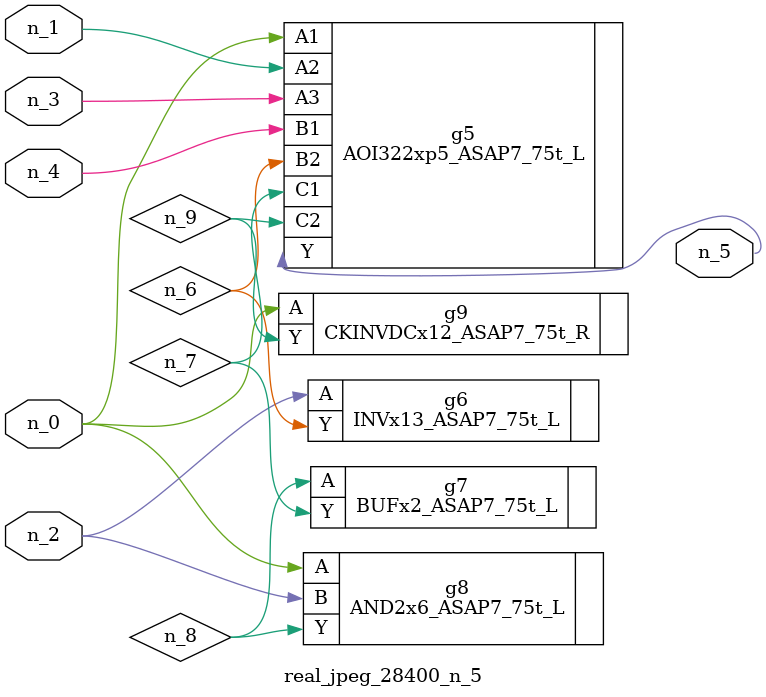
<source format=v>
module real_jpeg_28400_n_5 (n_4, n_0, n_1, n_2, n_3, n_5);

input n_4;
input n_0;
input n_1;
input n_2;
input n_3;

output n_5;

wire n_8;
wire n_6;
wire n_7;
wire n_9;

AOI322xp5_ASAP7_75t_L g5 ( 
.A1(n_0),
.A2(n_1),
.A3(n_3),
.B1(n_4),
.B2(n_6),
.C1(n_7),
.C2(n_9),
.Y(n_5)
);

AND2x6_ASAP7_75t_L g8 ( 
.A(n_0),
.B(n_2),
.Y(n_8)
);

CKINVDCx12_ASAP7_75t_R g9 ( 
.A(n_0),
.Y(n_9)
);

INVx13_ASAP7_75t_L g6 ( 
.A(n_2),
.Y(n_6)
);

BUFx2_ASAP7_75t_L g7 ( 
.A(n_8),
.Y(n_7)
);


endmodule
</source>
